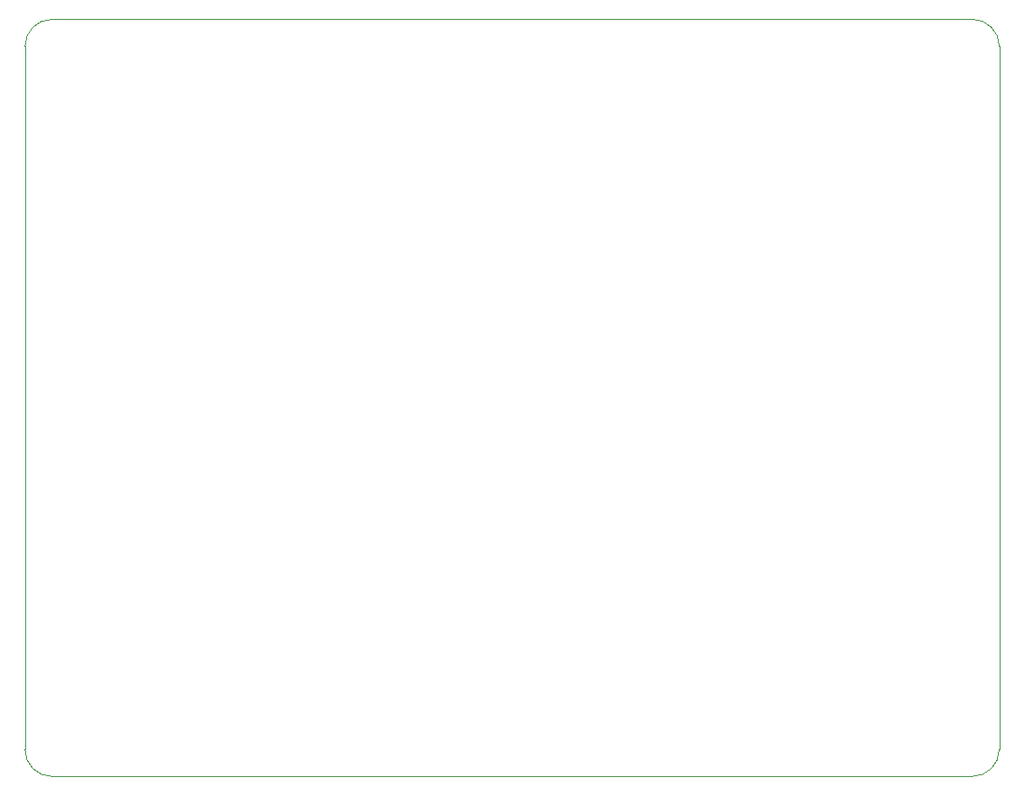
<source format=gbr>
%TF.GenerationSoftware,KiCad,Pcbnew,7.0.1-0*%
%TF.CreationDate,2023-05-31T07:57:39-06:00*%
%TF.ProjectId,PhaseD_Prototype,50686173-6544-45f5-9072-6f746f747970,rev?*%
%TF.SameCoordinates,Original*%
%TF.FileFunction,Profile,NP*%
%FSLAX46Y46*%
G04 Gerber Fmt 4.6, Leading zero omitted, Abs format (unit mm)*
G04 Created by KiCad (PCBNEW 7.0.1-0) date 2023-05-31 07:57:39*
%MOMM*%
%LPD*%
G01*
G04 APERTURE LIST*
%TA.AperFunction,Profile*%
%ADD10C,0.100000*%
%TD*%
G04 APERTURE END LIST*
D10*
X162560000Y-127000000D02*
G75*
G03*
X165100000Y-124460000I0J2540000D01*
G01*
X73660000Y-124460000D02*
G75*
G03*
X76200000Y-127000000I2540000J0D01*
G01*
X76200000Y-55880000D02*
G75*
G03*
X73660000Y-58420000I0J-2540000D01*
G01*
X165100000Y-58420000D02*
G75*
G03*
X162560000Y-55880000I-2540000J0D01*
G01*
X73660000Y-124460000D02*
X73660000Y-58420000D01*
X162560000Y-127000000D02*
X76200000Y-127000000D01*
X165100000Y-58420000D02*
X165100000Y-124460000D01*
X76200000Y-55880000D02*
X162560000Y-55880000D01*
M02*

</source>
